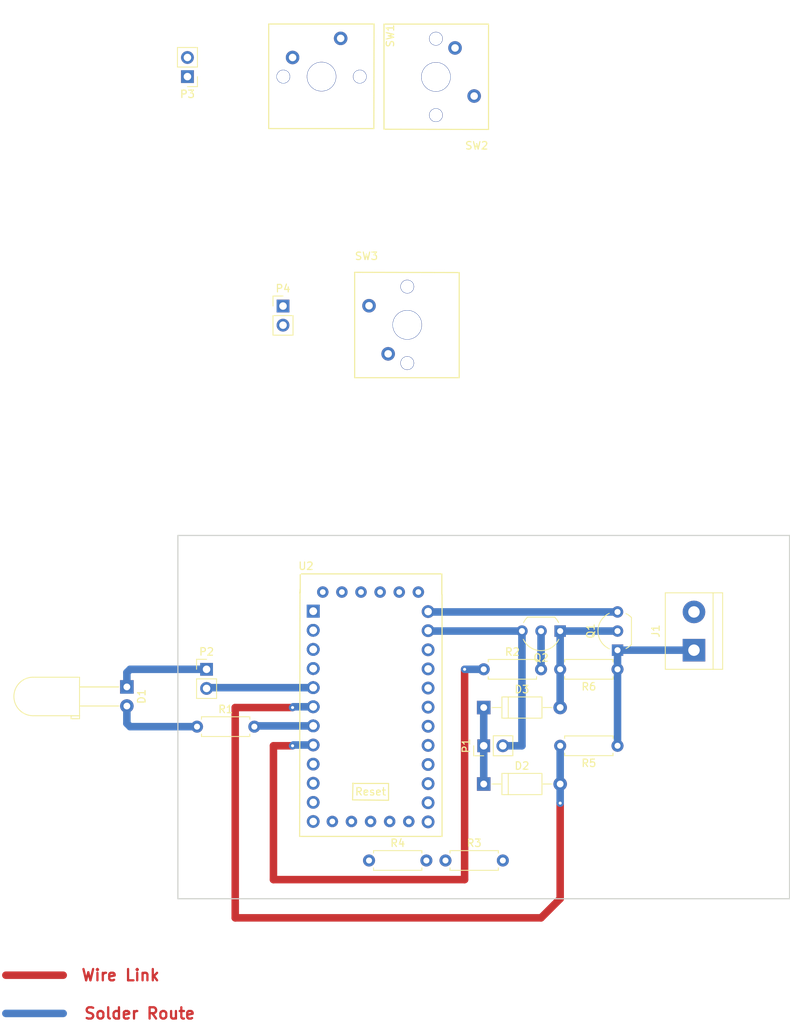
<source format=kicad_pcb>
(kicad_pcb (version 4) (host pcbnew 4.0.5)

  (general
    (links 52)
    (no_connects 12)
    (area 54.324999 31.524999 228.775001 142.175001)
    (thickness 1.6)
    (drawings 8)
    (tracks 47)
    (zones 0)
    (modules 20)
    (nets 24)
  )

  (page A4)
  (layers
    (0 F.Cu signal)
    (31 B.Cu signal)
    (32 B.Adhes user)
    (33 F.Adhes user)
    (34 B.Paste user)
    (35 F.Paste user)
    (36 B.SilkS user)
    (37 F.SilkS user)
    (38 B.Mask user)
    (39 F.Mask user)
    (40 Dwgs.User user)
    (41 Cmts.User user)
    (42 Eco1.User user)
    (43 Eco2.User user)
    (44 Edge.Cuts user)
    (45 Margin user)
    (46 B.CrtYd user)
    (47 F.CrtYd user)
    (48 B.Fab user)
    (49 F.Fab user)
  )

  (setup
    (last_trace_width 1)
    (user_trace_width 1)
    (trace_clearance 0.2)
    (zone_clearance 0.508)
    (zone_45_only no)
    (trace_min 0.2)
    (segment_width 0.2)
    (edge_width 0.15)
    (via_size 0.6)
    (via_drill 0.4)
    (via_min_size 0.4)
    (via_min_drill 0.3)
    (uvia_size 0.3)
    (uvia_drill 0.1)
    (uvias_allowed no)
    (uvia_min_size 0.2)
    (uvia_min_drill 0.1)
    (pcb_text_width 0.3)
    (pcb_text_size 1.5 1.5)
    (mod_edge_width 0.15)
    (mod_text_size 1 1)
    (mod_text_width 0.15)
    (pad_size 1.524 1.524)
    (pad_drill 0.762)
    (pad_to_mask_clearance 0.2)
    (aux_axis_origin 0 0)
    (visible_elements 7FFFFFFF)
    (pcbplotparams
      (layerselection 0x00030_80000001)
      (usegerberextensions false)
      (excludeedgelayer true)
      (linewidth 0.150000)
      (plotframeref false)
      (viasonmask false)
      (mode 1)
      (useauxorigin false)
      (hpglpennumber 1)
      (hpglpenspeed 20)
      (hpglpendiameter 15)
      (hpglpenoverlay 2)
      (psnegative false)
      (psa4output false)
      (plotreference true)
      (plotvalue true)
      (plotinvisibletext false)
      (padsonsilk false)
      (subtractmaskfromsilk false)
      (outputformat 1)
      (mirror false)
      (drillshape 1)
      (scaleselection 1)
      (outputdirectory ""))
  )

  (net 0 "")
  (net 1 "Net-(D1-Pad2)")
  (net 2 "Net-(D2-Pad1)")
  (net 3 Reset)
  (net 4 "Net-(D3-Pad2)")
  (net 5 Batt+)
  (net 6 "Net-(Q2-Pad2)")
  (net 7 "Net-(R1-Pad2)")
  (net 8 VCC)
  (net 9 "Net-(LCD1-Pad3)")
  (net 10 "Net-(LCD1-Pad4)")
  (net 11 "Net-(SW1-Pad1)")
  (net 12 "Net-(U2-Pad4)")
  (net 13 "Net-(U2-Pad3)")
  (net 14 "Net-(U2-Pad2)")
  (net 15 "Net-(U2-Pad1)")
  (net 16 StayOn)
  (net 17 "Net-(P3-Pad2)")
  (net 18 "Net-(P3-Pad1)")
  (net 19 "Net-(P2-Pad2)")
  (net 20 Out-)
  (net 21 Out+)
  (net 22 "Net-(P4-Pad1)")
  (net 23 "Net-(P4-Pad2)")

  (net_class Default "This is the default net class."
    (clearance 0.2)
    (trace_width 0.25)
    (via_dia 0.6)
    (via_drill 0.4)
    (uvia_dia 0.3)
    (uvia_drill 0.1)
    (add_net Batt+)
    (add_net "Net-(D1-Pad2)")
    (add_net "Net-(D2-Pad1)")
    (add_net "Net-(D3-Pad2)")
    (add_net "Net-(LCD1-Pad3)")
    (add_net "Net-(LCD1-Pad4)")
    (add_net "Net-(P2-Pad2)")
    (add_net "Net-(P3-Pad1)")
    (add_net "Net-(P3-Pad2)")
    (add_net "Net-(P4-Pad1)")
    (add_net "Net-(P4-Pad2)")
    (add_net "Net-(Q2-Pad2)")
    (add_net "Net-(R1-Pad2)")
    (add_net "Net-(SW1-Pad1)")
    (add_net "Net-(U2-Pad1)")
    (add_net "Net-(U2-Pad2)")
    (add_net "Net-(U2-Pad3)")
    (add_net "Net-(U2-Pad4)")
    (add_net Out+)
    (add_net Out-)
    (add_net Reset)
    (add_net StayOn)
    (add_net VCC)
  )

  (module "A - My Own KiCad Footprint Libraries:Arduino_Pro_Mini" placed (layer F.Cu) (tedit 58F75788) (tstamp 58F5E5B0)
    (at 93.98 101.6)
    (descr Arduino_Nano_V3)
    (tags "Arduino Nano")
    (path /58F4CC52)
    (fp_text reference U2 (at -8.382 -16.256) (layer F.SilkS)
      (effects (font (size 1 1) (thickness 0.15)))
    )
    (fp_text value ArduinoProMini (at -3.81 20.828) (layer F.Fab) hide
      (effects (font (size 1 1) (thickness 0.15)))
    )
    (fp_line (start -2.1844 12.6238) (end 2.5908 12.6238) (layer F.SilkS) (width 0.15))
    (fp_line (start 2.5908 12.6238) (end 2.5908 14.859) (layer F.SilkS) (width 0.15))
    (fp_line (start 2.5908 14.859) (end -2.1844 14.8082) (layer F.SilkS) (width 0.15))
    (fp_line (start -2.1844 14.8082) (end -2.1336 12.573) (layer F.SilkS) (width 0.15))
    (fp_line (start 9.7028 -12.4714) (end 9.7028 19.6596) (layer F.SilkS) (width 0.15))
    (fp_line (start 9.7028 19.6596) (end -9.2202 19.6596) (layer F.SilkS) (width 0.15))
    (fp_line (start -9.2202 19.6596) (end -9.1694 -13.1572) (layer F.SilkS) (width 0.15))
    (fp_line (start -5.8168 -11.8616) (end -9.0168 -11.8616) (layer F.CrtYd) (width 0.05))
    (fp_line (start -5.8168 -11.8616) (end -9.0168 -11.8616) (layer F.CrtYd) (width 0.05))
    (fp_line (start -5.8168 -11.8616) (end -9.0168 -11.8616) (layer F.CrtYd) (width 0.05))
    (fp_line (start -9.144 -12.7) (end -9.144 -15.113) (layer F.SilkS) (width 0.15))
    (fp_line (start 9.6774 -12.4714) (end 9.6774 -15.2146) (layer F.SilkS) (width 0.15))
    (fp_line (start 9.6774 -15.2146) (end -8.9916 -15.2146) (layer F.SilkS) (width 0.15))
    (fp_line (start -9.2202 -12.6746) (end -9.1694 -12.8524) (layer F.SilkS) (width 0.15))
    (fp_line (start -9.1694 -12.8524) (end -9.1694 -12.8016) (layer F.SilkS) (width 0.15))
    (fp_text user Reset (at 0.2032 13.716) (layer F.SilkS)
      (effects (font (size 1 1) (thickness 0.15)))
    )
    (fp_line (start 9.4486 -11.8108) (end 6.2486 -11.8108) (layer F.CrtYd) (width 0.05))
    (fp_line (start -5.8168 -11.8616) (end -9.0168 -11.8616) (layer F.CrtYd) (width 0.05))
    (pad 7 thru_hole oval (at -7.4168 4.9784) (size 1.7 1.7) (drill 1) (layers *.Mask B.Cu)
      (net 7 "Net-(R1-Pad2)"))
    (pad 6 thru_hole oval (at -7.4168 2.4384) (size 1.7 1.7) (drill 1) (layers *.Mask B.Cu)
      (net 3 Reset))
    (pad 5 thru_hole oval (at -7.4168 -0.1016) (size 1.7 1.7) (drill 1) (layers *.Mask B.Cu)
      (net 19 "Net-(P2-Pad2)"))
    (pad 4 thru_hole oval (at -7.4168 -2.6416) (size 1.7 1.7) (drill 1) (layers *.Mask B.Cu)
      (net 12 "Net-(U2-Pad4)"))
    (pad 3 thru_hole oval (at -7.4168 -5.1816) (size 1.7 1.7) (drill 1) (layers *.Mask B.Cu)
      (net 13 "Net-(U2-Pad3)"))
    (pad 2 thru_hole oval (at -7.4168 -7.7216) (size 1.7 1.7) (drill 1) (layers *.Mask B.Cu)
      (net 14 "Net-(U2-Pad2)"))
    (pad 1 thru_hole rect (at -7.4168 -10.2616) (size 1.7 1.7) (drill 1) (layers *.Mask B.Cu)
      (net 15 "Net-(U2-Pad1)"))
    (pad 1 thru_hole rect (at -7.4168 -10.2616) (size 1.7 1.7) (drill 1) (layers *.Mask B.Cu)
      (net 15 "Net-(U2-Pad1)"))
    (pad 2 thru_hole oval (at -7.4168 -7.7216) (size 1.7 1.7) (drill 1) (layers *.Mask B.Cu)
      (net 14 "Net-(U2-Pad2)"))
    (pad 3 thru_hole oval (at -7.4168 -5.1816) (size 1.7 1.7) (drill 1) (layers *.Mask B.Cu)
      (net 13 "Net-(U2-Pad3)"))
    (pad 4 thru_hole oval (at -7.4168 -2.6416) (size 1.7 1.7) (drill 1) (layers *.Mask B.Cu)
      (net 12 "Net-(U2-Pad4)"))
    (pad 5 thru_hole oval (at -7.4168 -0.1016) (size 1.7 1.7) (drill 1) (layers *.Mask B.Cu)
      (net 19 "Net-(P2-Pad2)"))
    (pad 6 thru_hole oval (at -7.4168 2.4384) (size 1.7 1.7) (drill 1) (layers *.Mask B.Cu)
      (net 3 Reset))
    (pad 7 thru_hole oval (at -7.4168 4.9784) (size 1.7 1.7) (drill 1) (layers *.Mask B.Cu)
      (net 7 "Net-(R1-Pad2)"))
    (pad 7 thru_hole oval (at -7.4168 4.9784) (size 1.7 1.7) (drill 1) (layers *.Mask B.Cu)
      (net 7 "Net-(R1-Pad2)"))
    (pad 6 thru_hole oval (at -7.4168 2.4384) (size 1.7 1.7) (drill 1) (layers *.Mask B.Cu)
      (net 3 Reset))
    (pad 5 thru_hole oval (at -7.4168 -0.1016) (size 1.7 1.7) (drill 1) (layers *.Mask B.Cu)
      (net 19 "Net-(P2-Pad2)"))
    (pad 4 thru_hole oval (at -7.4168 -2.6416) (size 1.7 1.7) (drill 1) (layers *.Mask B.Cu)
      (net 12 "Net-(U2-Pad4)"))
    (pad 3 thru_hole oval (at -7.4168 -5.1816) (size 1.7 1.7) (drill 1) (layers *.Mask B.Cu)
      (net 13 "Net-(U2-Pad3)"))
    (pad 2 thru_hole oval (at -7.4168 -7.7216) (size 1.7 1.7) (drill 1) (layers *.Mask B.Cu)
      (net 14 "Net-(U2-Pad2)"))
    (pad 1 thru_hole rect (at -7.4168 -10.2616) (size 1.7 1.7) (drill 1) (layers *.Mask B.Cu)
      (net 15 "Net-(U2-Pad1)"))
    (pad 18 thru_hole oval (at 7.8486 17.7292) (size 1.7 1.7) (drill 1) (layers *.Mask B.Cu))
    (pad 19 thru_hole oval (at 7.8486 15.1892) (size 1.7 1.7) (drill 1) (layers *.Mask B.Cu))
    (pad 20 thru_hole oval (at 7.8486 12.6492) (size 1.7 1.7) (drill 1) (layers *.Mask B.Cu))
    (pad 21 thru_hole oval (at 7.8486 10.1092) (size 1.7 1.7) (drill 1) (layers *.Mask B.Cu))
    (pad 22 thru_hole oval (at 7.8486 7.5692) (size 1.7 1.7) (drill 1) (layers *.Mask B.Cu))
    (pad 23 thru_hole oval (at 7.8486 5.0292) (size 1.7 1.7) (drill 1) (layers *.Mask B.Cu))
    (pad 24 thru_hole oval (at 7.8486 2.4892) (size 1.7 1.7) (drill 1) (layers *.Mask B.Cu))
    (pad 25 thru_hole oval (at 7.8486 -0.0508) (size 1.7 1.7) (drill 1) (layers *.Mask B.Cu))
    (pad 26 thru_hole oval (at 7.8486 -2.5908) (size 1.7 1.7) (drill 1) (layers *.Mask B.Cu)
      (net 8 VCC))
    (pad 27 thru_hole oval (at 7.8486 -5.1308) (size 1.7 1.7) (drill 1) (layers *.Mask B.Cu))
    (pad 28 thru_hole oval (at 7.8486 -7.6708) (size 1.7 1.7) (drill 1) (layers *.Mask B.Cu)
      (net 20 Out-))
    (pad 29 thru_hole circle (at 7.8486 -10.2108) (size 1.7 1.7) (drill 1) (layers *.Mask B.Cu)
      (net 5 Batt+))
    (pad 1 thru_hole rect (at -7.4168 -10.2616) (size 1.7 1.7) (drill 1) (layers *.Mask B.Cu)
      (net 15 "Net-(U2-Pad1)"))
    (pad 2 thru_hole oval (at -7.4168 -7.7216) (size 1.7 1.7) (drill 1) (layers *.Mask B.Cu)
      (net 14 "Net-(U2-Pad2)"))
    (pad 3 thru_hole oval (at -7.4168 -5.1816) (size 1.7 1.7) (drill 1) (layers *.Mask B.Cu)
      (net 13 "Net-(U2-Pad3)"))
    (pad 4 thru_hole oval (at -7.4168 -2.6416) (size 1.7 1.7) (drill 1) (layers *.Mask B.Cu)
      (net 12 "Net-(U2-Pad4)"))
    (pad 5 thru_hole oval (at -7.4168 -0.1016) (size 1.7 1.7) (drill 1) (layers *.Mask B.Cu)
      (net 19 "Net-(P2-Pad2)"))
    (pad 6 thru_hole oval (at -7.4168 2.4384) (size 1.7 1.7) (drill 1) (layers *.Mask B.Cu)
      (net 3 Reset))
    (pad 7 thru_hole oval (at -7.4168 4.9784) (size 1.7 1.7) (drill 1) (layers *.Mask B.Cu)
      (net 7 "Net-(R1-Pad2)"))
    (pad 8 thru_hole oval (at -7.4168 7.5184) (size 1.7 1.7) (drill 1) (layers *.Mask B.Cu)
      (net 16 StayOn))
    (pad 9 thru_hole oval (at -7.4168 10.0584) (size 1.7 1.7) (drill 1) (layers *.Mask B.Cu))
    (pad 10 thru_hole oval (at -7.4168 12.5984) (size 1.7 1.7) (drill 1) (layers *.Mask B.Cu))
    (pad 11 thru_hole oval (at -7.4168 15.1384) (size 1.7 1.7) (drill 1) (layers *.Mask B.Cu))
    (pad 12 thru_hole oval (at -7.4168 17.6784) (size 1.7 1.7) (drill 1) (layers *.Mask B.Cu))
    (pad 30 thru_hole circle (at 6.5532 -12.8016) (size 1.524 1.524) (drill 0.762) (layers *.Mask F.Cu))
    (pad 31 thru_hole circle (at 4.0132 -12.8016) (size 1.524 1.524) (drill 0.762) (layers *.Mask F.Cu))
    (pad 32 thru_hole circle (at 1.4732 -12.8016) (size 1.524 1.524) (drill 0.762) (layers *.Mask F.Cu))
    (pad 33 thru_hole circle (at -1.0668 -12.8016) (size 1.524 1.524) (drill 0.762) (layers *.Mask F.Cu))
    (pad 34 thru_hole circle (at -3.6068 -12.8016) (size 1.524 1.524) (drill 0.762) (layers *.Mask F.Cu))
    (pad 35 thru_hole circle (at -6.1468 -12.8016) (size 1.524 1.524) (drill 0.762) (layers *.Mask F.Cu))
    (pad 13 thru_hole circle (at -4.8768 17.6784) (size 1.524 1.524) (drill 0.762) (layers *.Mask F.Cu)
      (net 20 Out-))
    (pad 14 thru_hole circle (at -2.3368 17.6784) (size 1.524 1.524) (drill 0.762) (layers *.Mask F.Cu)
      (net 10 "Net-(LCD1-Pad4)"))
    (pad 15 thru_hole circle (at 0.2032 17.6784) (size 1.524 1.524) (drill 0.762) (layers *.Mask F.Cu)
      (net 9 "Net-(LCD1-Pad3)"))
    (pad 16 thru_hole circle (at 2.7432 17.6784) (size 1.524 1.524) (drill 0.762) (layers *.Mask F.Cu))
    (pad 17] thru_hole circle (at 5.2832 17.6784) (size 1.524 1.524) (drill 0.762) (layers *.Mask F.Cu))
    (model Pin_Headers.3dshapes/Pin_Header_Straight_1x15_Pitch2.54mm.wrl
      (at (xyz 0 -0.7 0))
      (scale (xyz 1 1 1))
      (rotate (xyz 0 0 90))
    )
  )

  (module LEDs:LED_D5.0mm_Horizontal_O6.35mm_Z9.0mm (layer F.Cu) (tedit 5880A863) (tstamp 58F5E515)
    (at 61.8 101.4 270)
    (descr "LED, diameter 5.0mm z-position of LED center 3.0mm, 2 pins, diameter 5.0mm z-position of LED center 3.0mm, 2 pins, diameter 5.0mm z-position of LED center 3.0mm, 2 pins, diameter 5.0mm z-position of LED center 9.0mm, 2 pins, diameter 5.0mm z-position of LED center 9.0mm, 2 pins, diameter 5.0mm z-position of LED center 9.0mm, 2 pins")
    (tags "LED diameter 5.0mm z-position of LED center 3.0mm 2 pins diameter 5.0mm z-position of LED center 3.0mm 2 pins diameter 5.0mm z-position of LED center 3.0mm 2 pins diameter 5.0mm z-position of LED center 9.0mm 2 pins diameter 5.0mm z-position of LED center 9.0mm 2 pins diameter 5.0mm z-position of LED center 9.0mm 2 pins")
    (path /58F4A404)
    (fp_text reference D1 (at 1.27 -1.96 270) (layer F.SilkS)
      (effects (font (size 1 1) (thickness 0.15)))
    )
    (fp_text value LED (at 1.27 16.01 270) (layer F.Fab)
      (effects (font (size 1 1) (thickness 0.15)))
    )
    (fp_arc (start 1.27 12.45) (end -1.23 12.45) (angle -180) (layer F.Fab) (width 0.1))
    (fp_arc (start 1.27 12.45) (end -1.29 12.45) (angle -180) (layer F.SilkS) (width 0.12))
    (fp_line (start -1.23 6.35) (end -1.23 12.45) (layer F.Fab) (width 0.1))
    (fp_line (start 3.77 6.35) (end 3.77 12.45) (layer F.Fab) (width 0.1))
    (fp_line (start -1.23 6.35) (end 3.77 6.35) (layer F.Fab) (width 0.1))
    (fp_line (start 4.17 6.35) (end 4.17 7.35) (layer F.Fab) (width 0.1))
    (fp_line (start 4.17 7.35) (end 3.77 7.35) (layer F.Fab) (width 0.1))
    (fp_line (start 3.77 7.35) (end 3.77 6.35) (layer F.Fab) (width 0.1))
    (fp_line (start 3.77 6.35) (end 4.17 6.35) (layer F.Fab) (width 0.1))
    (fp_line (start 0 0) (end 0 6.35) (layer F.Fab) (width 0.1))
    (fp_line (start 0 6.35) (end 0 6.35) (layer F.Fab) (width 0.1))
    (fp_line (start 0 6.35) (end 0 0) (layer F.Fab) (width 0.1))
    (fp_line (start 0 0) (end 0 0) (layer F.Fab) (width 0.1))
    (fp_line (start 2.54 0) (end 2.54 6.35) (layer F.Fab) (width 0.1))
    (fp_line (start 2.54 6.35) (end 2.54 6.35) (layer F.Fab) (width 0.1))
    (fp_line (start 2.54 6.35) (end 2.54 0) (layer F.Fab) (width 0.1))
    (fp_line (start 2.54 0) (end 2.54 0) (layer F.Fab) (width 0.1))
    (fp_line (start -1.29 6.29) (end -1.29 12.45) (layer F.SilkS) (width 0.12))
    (fp_line (start 3.83 6.29) (end 3.83 12.45) (layer F.SilkS) (width 0.12))
    (fp_line (start -1.29 6.29) (end 3.83 6.29) (layer F.SilkS) (width 0.12))
    (fp_line (start 4.23 6.29) (end 4.23 7.41) (layer F.SilkS) (width 0.12))
    (fp_line (start 4.23 7.41) (end 3.83 7.41) (layer F.SilkS) (width 0.12))
    (fp_line (start 3.83 7.41) (end 3.83 6.29) (layer F.SilkS) (width 0.12))
    (fp_line (start 3.83 6.29) (end 4.23 6.29) (layer F.SilkS) (width 0.12))
    (fp_line (start 0 1.08) (end 0 6.29) (layer F.SilkS) (width 0.12))
    (fp_line (start 0 6.29) (end 0 6.29) (layer F.SilkS) (width 0.12))
    (fp_line (start 0 6.29) (end 0 1.08) (layer F.SilkS) (width 0.12))
    (fp_line (start 0 1.08) (end 0 1.08) (layer F.SilkS) (width 0.12))
    (fp_line (start 2.54 1.08) (end 2.54 6.29) (layer F.SilkS) (width 0.12))
    (fp_line (start 2.54 6.29) (end 2.54 6.29) (layer F.SilkS) (width 0.12))
    (fp_line (start 2.54 6.29) (end 2.54 1.08) (layer F.SilkS) (width 0.12))
    (fp_line (start 2.54 1.08) (end 2.54 1.08) (layer F.SilkS) (width 0.12))
    (fp_line (start -1.95 -1.25) (end -1.95 15.3) (layer F.CrtYd) (width 0.05))
    (fp_line (start -1.95 15.3) (end 4.5 15.3) (layer F.CrtYd) (width 0.05))
    (fp_line (start 4.5 15.3) (end 4.5 -1.25) (layer F.CrtYd) (width 0.05))
    (fp_line (start 4.5 -1.25) (end -1.95 -1.25) (layer F.CrtYd) (width 0.05))
    (pad 1 thru_hole rect (at 0 0 270) (size 1.8 1.8) (drill 0.9) (layers *.Cu *.Mask)
      (net 20 Out-))
    (pad 2 thru_hole circle (at 2.54 0 270) (size 1.8 1.8) (drill 0.9) (layers *.Cu *.Mask)
      (net 1 "Net-(D1-Pad2)"))
    (model LEDs.3dshapes/LED_D5.0mm_Horizontal_O6.35mm_Z9.0mm.wrl
      (at (xyz 0 0 0))
      (scale (xyz 0.393701 0.393701 0.393701))
      (rotate (xyz 0 0 0))
    )
  )

  (module Diodes_THT:D_A-405_P10.16mm_Horizontal (layer F.Cu) (tedit 5877C982) (tstamp 58F5E51B)
    (at 109.22 114.3)
    (descr "D, A-405 series, Axial, Horizontal, pin pitch=10.16mm, , length*diameter=5.2*2.7mm^2, , http://www.diodes.com/_files/packages/A-405.pdf")
    (tags "D A-405 series Axial Horizontal pin pitch 10.16mm  length 5.2mm diameter 2.7mm")
    (path /58F5522F)
    (fp_text reference D2 (at 5.08 -2.41) (layer F.SilkS)
      (effects (font (size 1 1) (thickness 0.15)))
    )
    (fp_text value 1N4001 (at 5.08 2.41) (layer F.Fab)
      (effects (font (size 1 1) (thickness 0.15)))
    )
    (fp_line (start 2.48 -1.35) (end 2.48 1.35) (layer F.Fab) (width 0.1))
    (fp_line (start 2.48 1.35) (end 7.68 1.35) (layer F.Fab) (width 0.1))
    (fp_line (start 7.68 1.35) (end 7.68 -1.35) (layer F.Fab) (width 0.1))
    (fp_line (start 7.68 -1.35) (end 2.48 -1.35) (layer F.Fab) (width 0.1))
    (fp_line (start 0 0) (end 2.48 0) (layer F.Fab) (width 0.1))
    (fp_line (start 10.16 0) (end 7.68 0) (layer F.Fab) (width 0.1))
    (fp_line (start 3.26 -1.35) (end 3.26 1.35) (layer F.Fab) (width 0.1))
    (fp_line (start 2.42 -1.41) (end 2.42 1.41) (layer F.SilkS) (width 0.12))
    (fp_line (start 2.42 1.41) (end 7.74 1.41) (layer F.SilkS) (width 0.12))
    (fp_line (start 7.74 1.41) (end 7.74 -1.41) (layer F.SilkS) (width 0.12))
    (fp_line (start 7.74 -1.41) (end 2.42 -1.41) (layer F.SilkS) (width 0.12))
    (fp_line (start 1.08 0) (end 2.42 0) (layer F.SilkS) (width 0.12))
    (fp_line (start 9.08 0) (end 7.74 0) (layer F.SilkS) (width 0.12))
    (fp_line (start 3.26 -1.41) (end 3.26 1.41) (layer F.SilkS) (width 0.12))
    (fp_line (start -1.15 -1.7) (end -1.15 1.7) (layer F.CrtYd) (width 0.05))
    (fp_line (start -1.15 1.7) (end 11.35 1.7) (layer F.CrtYd) (width 0.05))
    (fp_line (start 11.35 1.7) (end 11.35 -1.7) (layer F.CrtYd) (width 0.05))
    (fp_line (start 11.35 -1.7) (end -1.15 -1.7) (layer F.CrtYd) (width 0.05))
    (pad 1 thru_hole rect (at 0 0) (size 1.8 1.8) (drill 0.9) (layers *.Cu *.Mask)
      (net 2 "Net-(D2-Pad1)"))
    (pad 2 thru_hole oval (at 10.16 0) (size 1.8 1.8) (drill 0.9) (layers *.Cu *.Mask)
      (net 3 Reset))
    (model Diodes_THT.3dshapes/D_A-405_P10.16mm_Horizontal.wrl
      (at (xyz 0 0 0))
      (scale (xyz 0.393701 0.393701 0.393701))
      (rotate (xyz 0 0 0))
    )
  )

  (module Diodes_THT:D_A-405_P10.16mm_Horizontal (layer F.Cu) (tedit 5877C982) (tstamp 58F5E521)
    (at 109.22 104.14)
    (descr "D, A-405 series, Axial, Horizontal, pin pitch=10.16mm, , length*diameter=5.2*2.7mm^2, , http://www.diodes.com/_files/packages/A-405.pdf")
    (tags "D A-405 series Axial Horizontal pin pitch 10.16mm  length 5.2mm diameter 2.7mm")
    (path /58F55228)
    (fp_text reference D3 (at 5.08 -2.41) (layer F.SilkS)
      (effects (font (size 1 1) (thickness 0.15)))
    )
    (fp_text value 1N4001 (at 5.08 2.41) (layer F.Fab)
      (effects (font (size 1 1) (thickness 0.15)))
    )
    (fp_line (start 2.48 -1.35) (end 2.48 1.35) (layer F.Fab) (width 0.1))
    (fp_line (start 2.48 1.35) (end 7.68 1.35) (layer F.Fab) (width 0.1))
    (fp_line (start 7.68 1.35) (end 7.68 -1.35) (layer F.Fab) (width 0.1))
    (fp_line (start 7.68 -1.35) (end 2.48 -1.35) (layer F.Fab) (width 0.1))
    (fp_line (start 0 0) (end 2.48 0) (layer F.Fab) (width 0.1))
    (fp_line (start 10.16 0) (end 7.68 0) (layer F.Fab) (width 0.1))
    (fp_line (start 3.26 -1.35) (end 3.26 1.35) (layer F.Fab) (width 0.1))
    (fp_line (start 2.42 -1.41) (end 2.42 1.41) (layer F.SilkS) (width 0.12))
    (fp_line (start 2.42 1.41) (end 7.74 1.41) (layer F.SilkS) (width 0.12))
    (fp_line (start 7.74 1.41) (end 7.74 -1.41) (layer F.SilkS) (width 0.12))
    (fp_line (start 7.74 -1.41) (end 2.42 -1.41) (layer F.SilkS) (width 0.12))
    (fp_line (start 1.08 0) (end 2.42 0) (layer F.SilkS) (width 0.12))
    (fp_line (start 9.08 0) (end 7.74 0) (layer F.SilkS) (width 0.12))
    (fp_line (start 3.26 -1.41) (end 3.26 1.41) (layer F.SilkS) (width 0.12))
    (fp_line (start -1.15 -1.7) (end -1.15 1.7) (layer F.CrtYd) (width 0.05))
    (fp_line (start -1.15 1.7) (end 11.35 1.7) (layer F.CrtYd) (width 0.05))
    (fp_line (start 11.35 1.7) (end 11.35 -1.7) (layer F.CrtYd) (width 0.05))
    (fp_line (start 11.35 -1.7) (end -1.15 -1.7) (layer F.CrtYd) (width 0.05))
    (pad 1 thru_hole rect (at 0 0) (size 1.8 1.8) (drill 0.9) (layers *.Cu *.Mask)
      (net 2 "Net-(D2-Pad1)"))
    (pad 2 thru_hole oval (at 10.16 0) (size 1.8 1.8) (drill 0.9) (layers *.Cu *.Mask)
      (net 4 "Net-(D3-Pad2)"))
    (model Diodes_THT.3dshapes/D_A-405_P10.16mm_Horizontal.wrl
      (at (xyz 0 0 0))
      (scale (xyz 0.393701 0.393701 0.393701))
      (rotate (xyz 0 0 0))
    )
  )

  (module Pin_Headers:Pin_Header_Straight_1x02_Pitch2.54mm (layer F.Cu) (tedit 58F75671) (tstamp 58F5E527)
    (at 109.22 109.22 90)
    (descr "Through hole straight pin header, 1x02, 2.54mm pitch, single row")
    (tags "Through hole pin header THT 1x02 2.54mm single row")
    (path /58F5E137)
    (fp_text reference P1 (at 0 -2.33 90) (layer F.SilkS)
      (effects (font (size 1 1) (thickness 0.15)))
    )
    (fp_text value CONN_01X02 (at 0 4.87 90) (layer F.Fab) hide
      (effects (font (size 1 1) (thickness 0.15)))
    )
    (fp_line (start -1.27 -1.27) (end -1.27 3.81) (layer F.Fab) (width 0.1))
    (fp_line (start -1.27 3.81) (end 1.27 3.81) (layer F.Fab) (width 0.1))
    (fp_line (start 1.27 3.81) (end 1.27 -1.27) (layer F.Fab) (width 0.1))
    (fp_line (start 1.27 -1.27) (end -1.27 -1.27) (layer F.Fab) (width 0.1))
    (fp_line (start -1.33 1.27) (end -1.33 3.87) (layer F.SilkS) (width 0.12))
    (fp_line (start -1.33 3.87) (end 1.33 3.87) (layer F.SilkS) (width 0.12))
    (fp_line (start 1.33 3.87) (end 1.33 1.27) (layer F.SilkS) (width 0.12))
    (fp_line (start 1.33 1.27) (end -1.33 1.27) (layer F.SilkS) (width 0.12))
    (fp_line (start -1.33 0) (end -1.33 -1.33) (layer F.SilkS) (width 0.12))
    (fp_line (start -1.33 -1.33) (end 0 -1.33) (layer F.SilkS) (width 0.12))
    (fp_line (start -1.8 -1.8) (end -1.8 4.35) (layer F.CrtYd) (width 0.05))
    (fp_line (start -1.8 4.35) (end 1.8 4.35) (layer F.CrtYd) (width 0.05))
    (fp_line (start 1.8 4.35) (end 1.8 -1.8) (layer F.CrtYd) (width 0.05))
    (fp_line (start 1.8 -1.8) (end -1.8 -1.8) (layer F.CrtYd) (width 0.05))
    (fp_text user %R (at 0 -2.33 90) (layer F.Fab)
      (effects (font (size 1 1) (thickness 0.15)))
    )
    (pad 1 thru_hole rect (at 0 0 90) (size 1.7 1.7) (drill 1) (layers *.Cu *.Mask)
      (net 2 "Net-(D2-Pad1)"))
    (pad 2 thru_hole oval (at 0 2.54 90) (size 1.7 1.7) (drill 1) (layers *.Cu *.Mask)
      (net 20 Out-))
    (model ${KISYS3DMOD}/Pin_Headers.3dshapes/Pin_Header_Straight_1x02_Pitch2.54mm.wrl
      (at (xyz 0 -0.05 0))
      (scale (xyz 1 1 1))
      (rotate (xyz 0 0 90))
    )
  )

  (module TO_SOT_Packages_THT:TO-92_Inline_Wide (layer F.Cu) (tedit 58CE52AF) (tstamp 58F5E535)
    (at 119.38 93.98 180)
    (descr "TO-92 leads in-line, wide, drill 0.8mm (see NXP sot054_po.pdf)")
    (tags "to-92 sc-43 sc-43a sot54 PA33 transistor")
    (path /58F55221)
    (fp_text reference Q2 (at 2.54 -3.56 360) (layer F.SilkS)
      (effects (font (size 1 1) (thickness 0.15)))
    )
    (fp_text value BC547 (at 2.54 2.79 180) (layer F.Fab)
      (effects (font (size 1 1) (thickness 0.15)))
    )
    (fp_text user %R (at 2.54 -3.56 360) (layer F.Fab)
      (effects (font (size 1 1) (thickness 0.15)))
    )
    (fp_line (start 0.74 1.85) (end 4.34 1.85) (layer F.SilkS) (width 0.12))
    (fp_line (start 0.8 1.75) (end 4.3 1.75) (layer F.Fab) (width 0.1))
    (fp_line (start -1.01 -2.73) (end 6.09 -2.73) (layer F.CrtYd) (width 0.05))
    (fp_line (start -1.01 -2.73) (end -1.01 2.01) (layer F.CrtYd) (width 0.05))
    (fp_line (start 6.09 2.01) (end 6.09 -2.73) (layer F.CrtYd) (width 0.05))
    (fp_line (start 6.09 2.01) (end -1.01 2.01) (layer F.CrtYd) (width 0.05))
    (fp_arc (start 2.54 0) (end 0.74 1.85) (angle 20) (layer F.SilkS) (width 0.12))
    (fp_arc (start 2.54 0) (end 2.54 -2.6) (angle -65) (layer F.SilkS) (width 0.12))
    (fp_arc (start 2.54 0) (end 2.54 -2.6) (angle 65) (layer F.SilkS) (width 0.12))
    (fp_arc (start 2.54 0) (end 2.54 -2.48) (angle 135) (layer F.Fab) (width 0.1))
    (fp_arc (start 2.54 0) (end 2.54 -2.48) (angle -135) (layer F.Fab) (width 0.1))
    (fp_arc (start 2.54 0) (end 4.34 1.85) (angle -20) (layer F.SilkS) (width 0.12))
    (pad 2 thru_hole circle (at 2.54 0 270) (size 1.52 1.52) (drill 0.8) (layers *.Cu *.Mask)
      (net 6 "Net-(Q2-Pad2)"))
    (pad 3 thru_hole circle (at 5.08 0 270) (size 1.52 1.52) (drill 0.8) (layers *.Cu *.Mask)
      (net 20 Out-))
    (pad 1 thru_hole rect (at 0 0 270) (size 1.52 1.52) (drill 0.8) (layers *.Cu *.Mask)
      (net 4 "Net-(D3-Pad2)"))
    (model ${KISYS3DMOD}/TO_SOT_Packages_THT.3dshapes/TO-92_Inline_Wide.wrl
      (at (xyz 0.1 0 0))
      (scale (xyz 1 1 1))
      (rotate (xyz 0 0 -90))
    )
  )

  (module Resistors_THT:R_Axial_DIN0207_L6.3mm_D2.5mm_P7.62mm_Horizontal (layer F.Cu) (tedit 5874F706) (tstamp 58F5E53B)
    (at 71.12 106.68)
    (descr "Resistor, Axial_DIN0207 series, Axial, Horizontal, pin pitch=7.62mm, 0.25W = 1/4W, length*diameter=6.3*2.5mm^2, http://cdn-reichelt.de/documents/datenblatt/B400/1_4W%23YAG.pdf")
    (tags "Resistor Axial_DIN0207 series Axial Horizontal pin pitch 7.62mm 0.25W = 1/4W length 6.3mm diameter 2.5mm")
    (path /58F4A4B5)
    (fp_text reference R1 (at 3.81 -2.31) (layer F.SilkS)
      (effects (font (size 1 1) (thickness 0.15)))
    )
    (fp_text value R (at 3.81 2.31) (layer F.Fab)
      (effects (font (size 1 1) (thickness 0.15)))
    )
    (fp_line (start 0.66 -1.25) (end 0.66 1.25) (layer F.Fab) (width 0.1))
    (fp_line (start 0.66 1.25) (end 6.96 1.25) (layer F.Fab) (width 0.1))
    (fp_line (start 6.96 1.25) (end 6.96 -1.25) (layer F.Fab) (width 0.1))
    (fp_line (start 6.96 -1.25) (end 0.66 -1.25) (layer F.Fab) (width 0.1))
    (fp_line (start 0 0) (end 0.66 0) (layer F.Fab) (width 0.1))
    (fp_line (start 7.62 0) (end 6.96 0) (layer F.Fab) (width 0.1))
    (fp_line (start 0.6 -0.98) (end 0.6 -1.31) (layer F.SilkS) (width 0.12))
    (fp_line (start 0.6 -1.31) (end 7.02 -1.31) (layer F.SilkS) (width 0.12))
    (fp_line (start 7.02 -1.31) (end 7.02 -0.98) (layer F.SilkS) (width 0.12))
    (fp_line (start 0.6 0.98) (end 0.6 1.31) (layer F.SilkS) (width 0.12))
    (fp_line (start 0.6 1.31) (end 7.02 1.31) (layer F.SilkS) (width 0.12))
    (fp_line (start 7.02 1.31) (end 7.02 0.98) (layer F.SilkS) (width 0.12))
    (fp_line (start -1.05 -1.6) (end -1.05 1.6) (layer F.CrtYd) (width 0.05))
    (fp_line (start -1.05 1.6) (end 8.7 1.6) (layer F.CrtYd) (width 0.05))
    (fp_line (start 8.7 1.6) (end 8.7 -1.6) (layer F.CrtYd) (width 0.05))
    (fp_line (start 8.7 -1.6) (end -1.05 -1.6) (layer F.CrtYd) (width 0.05))
    (pad 1 thru_hole circle (at 0 0) (size 1.6 1.6) (drill 0.8) (layers *.Cu *.Mask)
      (net 1 "Net-(D1-Pad2)"))
    (pad 2 thru_hole oval (at 7.62 0) (size 1.6 1.6) (drill 0.8) (layers *.Cu *.Mask)
      (net 7 "Net-(R1-Pad2)"))
    (model Resistors_THT.3dshapes/R_Axial_DIN0207_L6.3mm_D2.5mm_P7.62mm_Horizontal.wrl
      (at (xyz 0 0 0))
      (scale (xyz 0.393701 0.393701 0.393701))
      (rotate (xyz 0 0 0))
    )
  )

  (module Resistors_THT:R_Axial_DIN0207_L6.3mm_D2.5mm_P7.62mm_Horizontal (layer F.Cu) (tedit 5874F706) (tstamp 58F5E541)
    (at 109.22 99.06)
    (descr "Resistor, Axial_DIN0207 series, Axial, Horizontal, pin pitch=7.62mm, 0.25W = 1/4W, length*diameter=6.3*2.5mm^2, http://cdn-reichelt.de/documents/datenblatt/B400/1_4W%23YAG.pdf")
    (tags "Resistor Axial_DIN0207 series Axial Horizontal pin pitch 7.62mm 0.25W = 1/4W length 6.3mm diameter 2.5mm")
    (path /58F55244)
    (fp_text reference R2 (at 3.81 -2.31) (layer F.SilkS)
      (effects (font (size 1 1) (thickness 0.15)))
    )
    (fp_text value 10K (at 3.81 2.31) (layer F.Fab)
      (effects (font (size 1 1) (thickness 0.15)))
    )
    (fp_line (start 0.66 -1.25) (end 0.66 1.25) (layer F.Fab) (width 0.1))
    (fp_line (start 0.66 1.25) (end 6.96 1.25) (layer F.Fab) (width 0.1))
    (fp_line (start 6.96 1.25) (end 6.96 -1.25) (layer F.Fab) (width 0.1))
    (fp_line (start 6.96 -1.25) (end 0.66 -1.25) (layer F.Fab) (width 0.1))
    (fp_line (start 0 0) (end 0.66 0) (layer F.Fab) (width 0.1))
    (fp_line (start 7.62 0) (end 6.96 0) (layer F.Fab) (width 0.1))
    (fp_line (start 0.6 -0.98) (end 0.6 -1.31) (layer F.SilkS) (width 0.12))
    (fp_line (start 0.6 -1.31) (end 7.02 -1.31) (layer F.SilkS) (width 0.12))
    (fp_line (start 7.02 -1.31) (end 7.02 -0.98) (layer F.SilkS) (width 0.12))
    (fp_line (start 0.6 0.98) (end 0.6 1.31) (layer F.SilkS) (width 0.12))
    (fp_line (start 0.6 1.31) (end 7.02 1.31) (layer F.SilkS) (width 0.12))
    (fp_line (start 7.02 1.31) (end 7.02 0.98) (layer F.SilkS) (width 0.12))
    (fp_line (start -1.05 -1.6) (end -1.05 1.6) (layer F.CrtYd) (width 0.05))
    (fp_line (start -1.05 1.6) (end 8.7 1.6) (layer F.CrtYd) (width 0.05))
    (fp_line (start 8.7 1.6) (end 8.7 -1.6) (layer F.CrtYd) (width 0.05))
    (fp_line (start 8.7 -1.6) (end -1.05 -1.6) (layer F.CrtYd) (width 0.05))
    (pad 1 thru_hole circle (at 0 0) (size 1.6 1.6) (drill 0.8) (layers *.Cu *.Mask)
      (net 16 StayOn))
    (pad 2 thru_hole oval (at 7.62 0) (size 1.6 1.6) (drill 0.8) (layers *.Cu *.Mask)
      (net 6 "Net-(Q2-Pad2)"))
    (model Resistors_THT.3dshapes/R_Axial_DIN0207_L6.3mm_D2.5mm_P7.62mm_Horizontal.wrl
      (at (xyz 0 0 0))
      (scale (xyz 0.393701 0.393701 0.393701))
      (rotate (xyz 0 0 0))
    )
  )

  (module Resistors_THT:R_Axial_DIN0207_L6.3mm_D2.5mm_P7.62mm_Horizontal (layer F.Cu) (tedit 5874F706) (tstamp 58F5E547)
    (at 104.14 124.46)
    (descr "Resistor, Axial_DIN0207 series, Axial, Horizontal, pin pitch=7.62mm, 0.25W = 1/4W, length*diameter=6.3*2.5mm^2, http://cdn-reichelt.de/documents/datenblatt/B400/1_4W%23YAG.pdf")
    (tags "Resistor Axial_DIN0207 series Axial Horizontal pin pitch 7.62mm 0.25W = 1/4W length 6.3mm diameter 2.5mm")
    (path /58F4BDDE)
    (fp_text reference R3 (at 3.81 -2.31) (layer F.SilkS)
      (effects (font (size 1 1) (thickness 0.15)))
    )
    (fp_text value 10K (at 3.81 2.31) (layer F.Fab)
      (effects (font (size 1 1) (thickness 0.15)))
    )
    (fp_line (start 0.66 -1.25) (end 0.66 1.25) (layer F.Fab) (width 0.1))
    (fp_line (start 0.66 1.25) (end 6.96 1.25) (layer F.Fab) (width 0.1))
    (fp_line (start 6.96 1.25) (end 6.96 -1.25) (layer F.Fab) (width 0.1))
    (fp_line (start 6.96 -1.25) (end 0.66 -1.25) (layer F.Fab) (width 0.1))
    (fp_line (start 0 0) (end 0.66 0) (layer F.Fab) (width 0.1))
    (fp_line (start 7.62 0) (end 6.96 0) (layer F.Fab) (width 0.1))
    (fp_line (start 0.6 -0.98) (end 0.6 -1.31) (layer F.SilkS) (width 0.12))
    (fp_line (start 0.6 -1.31) (end 7.02 -1.31) (layer F.SilkS) (width 0.12))
    (fp_line (start 7.02 -1.31) (end 7.02 -0.98) (layer F.SilkS) (width 0.12))
    (fp_line (start 0.6 0.98) (end 0.6 1.31) (layer F.SilkS) (width 0.12))
    (fp_line (start 0.6 1.31) (end 7.02 1.31) (layer F.SilkS) (width 0.12))
    (fp_line (start 7.02 1.31) (end 7.02 0.98) (layer F.SilkS) (width 0.12))
    (fp_line (start -1.05 -1.6) (end -1.05 1.6) (layer F.CrtYd) (width 0.05))
    (fp_line (start -1.05 1.6) (end 8.7 1.6) (layer F.CrtYd) (width 0.05))
    (fp_line (start 8.7 1.6) (end 8.7 -1.6) (layer F.CrtYd) (width 0.05))
    (fp_line (start 8.7 -1.6) (end -1.05 -1.6) (layer F.CrtYd) (width 0.05))
    (pad 1 thru_hole circle (at 0 0) (size 1.6 1.6) (drill 0.8) (layers *.Cu *.Mask)
      (net 8 VCC))
    (pad 2 thru_hole oval (at 7.62 0) (size 1.6 1.6) (drill 0.8) (layers *.Cu *.Mask)
      (net 9 "Net-(LCD1-Pad3)"))
    (model Resistors_THT.3dshapes/R_Axial_DIN0207_L6.3mm_D2.5mm_P7.62mm_Horizontal.wrl
      (at (xyz 0 0 0))
      (scale (xyz 0.393701 0.393701 0.393701))
      (rotate (xyz 0 0 0))
    )
  )

  (module Resistors_THT:R_Axial_DIN0207_L6.3mm_D2.5mm_P7.62mm_Horizontal (layer F.Cu) (tedit 5874F706) (tstamp 58F5E54D)
    (at 93.98 124.46)
    (descr "Resistor, Axial_DIN0207 series, Axial, Horizontal, pin pitch=7.62mm, 0.25W = 1/4W, length*diameter=6.3*2.5mm^2, http://cdn-reichelt.de/documents/datenblatt/B400/1_4W%23YAG.pdf")
    (tags "Resistor Axial_DIN0207 series Axial Horizontal pin pitch 7.62mm 0.25W = 1/4W length 6.3mm diameter 2.5mm")
    (path /58F4BE9B)
    (fp_text reference R4 (at 3.81 -2.31) (layer F.SilkS)
      (effects (font (size 1 1) (thickness 0.15)))
    )
    (fp_text value 10K (at 3.81 2.31) (layer F.Fab)
      (effects (font (size 1 1) (thickness 0.15)))
    )
    (fp_line (start 0.66 -1.25) (end 0.66 1.25) (layer F.Fab) (width 0.1))
    (fp_line (start 0.66 1.25) (end 6.96 1.25) (layer F.Fab) (width 0.1))
    (fp_line (start 6.96 1.25) (end 6.96 -1.25) (layer F.Fab) (width 0.1))
    (fp_line (start 6.96 -1.25) (end 0.66 -1.25) (layer F.Fab) (width 0.1))
    (fp_line (start 0 0) (end 0.66 0) (layer F.Fab) (width 0.1))
    (fp_line (start 7.62 0) (end 6.96 0) (layer F.Fab) (width 0.1))
    (fp_line (start 0.6 -0.98) (end 0.6 -1.31) (layer F.SilkS) (width 0.12))
    (fp_line (start 0.6 -1.31) (end 7.02 -1.31) (layer F.SilkS) (width 0.12))
    (fp_line (start 7.02 -1.31) (end 7.02 -0.98) (layer F.SilkS) (width 0.12))
    (fp_line (start 0.6 0.98) (end 0.6 1.31) (layer F.SilkS) (width 0.12))
    (fp_line (start 0.6 1.31) (end 7.02 1.31) (layer F.SilkS) (width 0.12))
    (fp_line (start 7.02 1.31) (end 7.02 0.98) (layer F.SilkS) (width 0.12))
    (fp_line (start -1.05 -1.6) (end -1.05 1.6) (layer F.CrtYd) (width 0.05))
    (fp_line (start -1.05 1.6) (end 8.7 1.6) (layer F.CrtYd) (width 0.05))
    (fp_line (start 8.7 1.6) (end 8.7 -1.6) (layer F.CrtYd) (width 0.05))
    (fp_line (start 8.7 -1.6) (end -1.05 -1.6) (layer F.CrtYd) (width 0.05))
    (pad 1 thru_hole circle (at 0 0) (size 1.6 1.6) (drill 0.8) (layers *.Cu *.Mask)
      (net 8 VCC))
    (pad 2 thru_hole oval (at 7.62 0) (size 1.6 1.6) (drill 0.8) (layers *.Cu *.Mask)
      (net 10 "Net-(LCD1-Pad4)"))
    (model Resistors_THT.3dshapes/R_Axial_DIN0207_L6.3mm_D2.5mm_P7.62mm_Horizontal.wrl
      (at (xyz 0 0 0))
      (scale (xyz 0.393701 0.393701 0.393701))
      (rotate (xyz 0 0 0))
    )
  )

  (module Resistors_THT:R_Axial_DIN0207_L6.3mm_D2.5mm_P7.62mm_Horizontal (layer F.Cu) (tedit 5874F706) (tstamp 58F5E553)
    (at 127 109.22 180)
    (descr "Resistor, Axial_DIN0207 series, Axial, Horizontal, pin pitch=7.62mm, 0.25W = 1/4W, length*diameter=6.3*2.5mm^2, http://cdn-reichelt.de/documents/datenblatt/B400/1_4W%23YAG.pdf")
    (tags "Resistor Axial_DIN0207 series Axial Horizontal pin pitch 7.62mm 0.25W = 1/4W length 6.3mm diameter 2.5mm")
    (path /58F55236)
    (fp_text reference R5 (at 3.81 -2.31 180) (layer F.SilkS)
      (effects (font (size 1 1) (thickness 0.15)))
    )
    (fp_text value 100K (at 3.81 2.31 180) (layer F.Fab)
      (effects (font (size 1 1) (thickness 0.15)))
    )
    (fp_line (start 0.66 -1.25) (end 0.66 1.25) (layer F.Fab) (width 0.1))
    (fp_line (start 0.66 1.25) (end 6.96 1.25) (layer F.Fab) (width 0.1))
    (fp_line (start 6.96 1.25) (end 6.96 -1.25) (layer F.Fab) (width 0.1))
    (fp_line (start 6.96 -1.25) (end 0.66 -1.25) (layer F.Fab) (width 0.1))
    (fp_line (start 0 0) (end 0.66 0) (layer F.Fab) (width 0.1))
    (fp_line (start 7.62 0) (end 6.96 0) (layer F.Fab) (width 0.1))
    (fp_line (start 0.6 -0.98) (end 0.6 -1.31) (layer F.SilkS) (width 0.12))
    (fp_line (start 0.6 -1.31) (end 7.02 -1.31) (layer F.SilkS) (width 0.12))
    (fp_line (start 7.02 -1.31) (end 7.02 -0.98) (layer F.SilkS) (width 0.12))
    (fp_line (start 0.6 0.98) (end 0.6 1.31) (layer F.SilkS) (width 0.12))
    (fp_line (start 0.6 1.31) (end 7.02 1.31) (layer F.SilkS) (width 0.12))
    (fp_line (start 7.02 1.31) (end 7.02 0.98) (layer F.SilkS) (width 0.12))
    (fp_line (start -1.05 -1.6) (end -1.05 1.6) (layer F.CrtYd) (width 0.05))
    (fp_line (start -1.05 1.6) (end 8.7 1.6) (layer F.CrtYd) (width 0.05))
    (fp_line (start 8.7 1.6) (end 8.7 -1.6) (layer F.CrtYd) (width 0.05))
    (fp_line (start 8.7 -1.6) (end -1.05 -1.6) (layer F.CrtYd) (width 0.05))
    (pad 1 thru_hole circle (at 0 0 180) (size 1.6 1.6) (drill 0.8) (layers *.Cu *.Mask)
      (net 21 Out+))
    (pad 2 thru_hole oval (at 7.62 0 180) (size 1.6 1.6) (drill 0.8) (layers *.Cu *.Mask)
      (net 3 Reset))
    (model Resistors_THT.3dshapes/R_Axial_DIN0207_L6.3mm_D2.5mm_P7.62mm_Horizontal.wrl
      (at (xyz 0 0 0))
      (scale (xyz 0.393701 0.393701 0.393701))
      (rotate (xyz 0 0 0))
    )
  )

  (module Resistors_THT:R_Axial_DIN0207_L6.3mm_D2.5mm_P7.62mm_Horizontal (layer F.Cu) (tedit 5874F706) (tstamp 58F5E559)
    (at 127 99.06 180)
    (descr "Resistor, Axial_DIN0207 series, Axial, Horizontal, pin pitch=7.62mm, 0.25W = 1/4W, length*diameter=6.3*2.5mm^2, http://cdn-reichelt.de/documents/datenblatt/B400/1_4W%23YAG.pdf")
    (tags "Resistor Axial_DIN0207 series Axial Horizontal pin pitch 7.62mm 0.25W = 1/4W length 6.3mm diameter 2.5mm")
    (path /58F5523D)
    (fp_text reference R6 (at 3.81 -2.31 180) (layer F.SilkS)
      (effects (font (size 1 1) (thickness 0.15)))
    )
    (fp_text value 100K (at 3.81 2.31 180) (layer F.Fab)
      (effects (font (size 1 1) (thickness 0.15)))
    )
    (fp_line (start 0.66 -1.25) (end 0.66 1.25) (layer F.Fab) (width 0.1))
    (fp_line (start 0.66 1.25) (end 6.96 1.25) (layer F.Fab) (width 0.1))
    (fp_line (start 6.96 1.25) (end 6.96 -1.25) (layer F.Fab) (width 0.1))
    (fp_line (start 6.96 -1.25) (end 0.66 -1.25) (layer F.Fab) (width 0.1))
    (fp_line (start 0 0) (end 0.66 0) (layer F.Fab) (width 0.1))
    (fp_line (start 7.62 0) (end 6.96 0) (layer F.Fab) (width 0.1))
    (fp_line (start 0.6 -0.98) (end 0.6 -1.31) (layer F.SilkS) (width 0.12))
    (fp_line (start 0.6 -1.31) (end 7.02 -1.31) (layer F.SilkS) (width 0.12))
    (fp_line (start 7.02 -1.31) (end 7.02 -0.98) (layer F.SilkS) (width 0.12))
    (fp_line (start 0.6 0.98) (end 0.6 1.31) (layer F.SilkS) (width 0.12))
    (fp_line (start 0.6 1.31) (end 7.02 1.31) (layer F.SilkS) (width 0.12))
    (fp_line (start 7.02 1.31) (end 7.02 0.98) (layer F.SilkS) (width 0.12))
    (fp_line (start -1.05 -1.6) (end -1.05 1.6) (layer F.CrtYd) (width 0.05))
    (fp_line (start -1.05 1.6) (end 8.7 1.6) (layer F.CrtYd) (width 0.05))
    (fp_line (start 8.7 1.6) (end 8.7 -1.6) (layer F.CrtYd) (width 0.05))
    (fp_line (start 8.7 -1.6) (end -1.05 -1.6) (layer F.CrtYd) (width 0.05))
    (pad 1 thru_hole circle (at 0 0 180) (size 1.6 1.6) (drill 0.8) (layers *.Cu *.Mask)
      (net 21 Out+))
    (pad 2 thru_hole oval (at 7.62 0 180) (size 1.6 1.6) (drill 0.8) (layers *.Cu *.Mask)
      (net 4 "Net-(D3-Pad2)"))
    (model Resistors_THT.3dshapes/R_Axial_DIN0207_L6.3mm_D2.5mm_P7.62mm_Horizontal.wrl
      (at (xyz 0 0 0))
      (scale (xyz 0.393701 0.393701 0.393701))
      (rotate (xyz 0 0 0))
    )
  )

  (module "A - My Own KiCad Footprint Libraries:Keyboard-Tactile-Switch" placed (layer F.Cu) (tedit 58C53F18) (tstamp 58F5E562)
    (at 87.63 20.32 270)
    (path /58F503CE)
    (fp_text reference SW1 (at -5.42 -9.17 270) (layer F.SilkS)
      (effects (font (size 1 1) (thickness 0.15)))
    )
    (fp_text value switch_matrix_key (at 2.01 9.33 270) (layer F.Fab)
      (effects (font (size 1 1) (thickness 0.15)))
    )
    (fp_line (start -7.43 -7.55) (end -7.6 -7.27) (layer F.Mask) (width 0.15))
    (fp_line (start -7.49 -7.49) (end 7.29 -7.49) (layer F.Mask) (width 0.15))
    (fp_line (start 7.29 -7.49) (end 7.29 7.48) (layer F.Mask) (width 0.15))
    (fp_line (start 7.29 7.48) (end -7.43 7.48) (layer F.Mask) (width 0.15))
    (fp_line (start -7.43 7.48) (end -7.43 -7.55) (layer F.Mask) (width 0.15))
    (fp_line (start -7.01 -7.02) (end 6.9 -6.99) (layer F.SilkS) (width 0.15))
    (fp_line (start 6.9 -6.99) (end 6.9 6.98) (layer F.SilkS) (width 0.15))
    (fp_line (start 6.9 6.98) (end -6.99 6.98) (layer F.SilkS) (width 0.15))
    (fp_line (start -6.99 6.98) (end -6.99 -6.96) (layer F.SilkS) (width 0.15))
    (pad 10 thru_hole circle (at 0 -5.12 270) (size 1.8 1.8) (drill 1.7) (layers *.Cu *.Mask))
    (pad 1 thru_hole circle (at -5.08 -2.58 270) (size 1.8 1.8) (drill 1) (layers *.Cu *.Mask)
      (net 11 "Net-(SW1-Pad1)"))
    (pad 10 thru_hole circle (at 0 -0.04 270) (size 3.9 3.9) (drill 3.8) (layers *.Cu *.Mask))
    (pad 2 thru_hole circle (at -2.54 3.81 270) (size 1.8 1.8) (drill 1) (layers *.Cu *.Mask)
      (net 17 "Net-(P3-Pad2)"))
    (pad 10 thru_hole circle (at 0 5.04 270) (size 1.8 1.8) (drill 1.7) (layers *.Cu *.Mask))
  )

  (module "A - My Own KiCad Footprint Libraries:Keyboard-Tactile-Switch" placed (layer F.Cu) (tedit 58C53F18) (tstamp 58F5E56B)
    (at 102.87 20.32 180)
    (path /58F504A9)
    (fp_text reference SW2 (at -5.42 -9.17 180) (layer F.SilkS)
      (effects (font (size 1 1) (thickness 0.15)))
    )
    (fp_text value switch_matrix_key (at 2.01 9.33 180) (layer F.Fab)
      (effects (font (size 1 1) (thickness 0.15)))
    )
    (fp_line (start -7.43 -7.55) (end -7.6 -7.27) (layer F.Mask) (width 0.15))
    (fp_line (start -7.49 -7.49) (end 7.29 -7.49) (layer F.Mask) (width 0.15))
    (fp_line (start 7.29 -7.49) (end 7.29 7.48) (layer F.Mask) (width 0.15))
    (fp_line (start 7.29 7.48) (end -7.43 7.48) (layer F.Mask) (width 0.15))
    (fp_line (start -7.43 7.48) (end -7.43 -7.55) (layer F.Mask) (width 0.15))
    (fp_line (start -7.01 -7.02) (end 6.9 -6.99) (layer F.SilkS) (width 0.15))
    (fp_line (start 6.9 -6.99) (end 6.9 6.98) (layer F.SilkS) (width 0.15))
    (fp_line (start 6.9 6.98) (end -6.99 6.98) (layer F.SilkS) (width 0.15))
    (fp_line (start -6.99 6.98) (end -6.99 -6.96) (layer F.SilkS) (width 0.15))
    (pad 10 thru_hole circle (at 0 -5.12 180) (size 1.8 1.8) (drill 1.7) (layers *.Cu *.Mask))
    (pad 1 thru_hole circle (at -5.08 -2.58 180) (size 1.8 1.8) (drill 1) (layers *.Cu *.Mask)
      (net 18 "Net-(P3-Pad1)"))
    (pad 10 thru_hole circle (at 0 -0.04 180) (size 3.9 3.9) (drill 3.8) (layers *.Cu *.Mask))
    (pad 2 thru_hole circle (at -2.54 3.81 180) (size 1.8 1.8) (drill 1) (layers *.Cu *.Mask)
      (net 11 "Net-(SW1-Pad1)"))
    (pad 10 thru_hole circle (at 0 5.04 180) (size 1.8 1.8) (drill 1.7) (layers *.Cu *.Mask))
  )

  (module "A - My Own KiCad Footprint Libraries:Keyboard-Tactile-Switch" (layer F.Cu) (tedit 58C53F18) (tstamp 58F5E574)
    (at 99.06 53.34)
    (path /58F5524B)
    (fp_text reference SW3 (at -5.42 -9.17) (layer F.SilkS)
      (effects (font (size 1 1) (thickness 0.15)))
    )
    (fp_text value switch_matrix_key (at 2.01 9.33) (layer F.Fab)
      (effects (font (size 1 1) (thickness 0.15)))
    )
    (fp_line (start -7.43 -7.55) (end -7.6 -7.27) (layer F.Mask) (width 0.15))
    (fp_line (start -7.49 -7.49) (end 7.29 -7.49) (layer F.Mask) (width 0.15))
    (fp_line (start 7.29 -7.49) (end 7.29 7.48) (layer F.Mask) (width 0.15))
    (fp_line (start 7.29 7.48) (end -7.43 7.48) (layer F.Mask) (width 0.15))
    (fp_line (start -7.43 7.48) (end -7.43 -7.55) (layer F.Mask) (width 0.15))
    (fp_line (start -7.01 -7.02) (end 6.9 -6.99) (layer F.SilkS) (width 0.15))
    (fp_line (start 6.9 -6.99) (end 6.9 6.98) (layer F.SilkS) (width 0.15))
    (fp_line (start 6.9 6.98) (end -6.99 6.98) (layer F.SilkS) (width 0.15))
    (fp_line (start -6.99 6.98) (end -6.99 -6.96) (layer F.SilkS) (width 0.15))
    (pad 10 thru_hole circle (at 0 -5.12) (size 1.8 1.8) (drill 1.7) (layers *.Cu *.Mask))
    (pad 1 thru_hole circle (at -5.08 -2.58) (size 1.8 1.8) (drill 1) (layers *.Cu *.Mask)
      (net 22 "Net-(P4-Pad1)"))
    (pad 10 thru_hole circle (at 0 -0.04) (size 3.9 3.9) (drill 3.8) (layers *.Cu *.Mask))
    (pad 2 thru_hole circle (at -2.54 3.81) (size 1.8 1.8) (drill 1) (layers *.Cu *.Mask)
      (net 23 "Net-(P4-Pad2)"))
    (pad 10 thru_hole circle (at 0 5.04) (size 1.8 1.8) (drill 1.7) (layers *.Cu *.Mask))
  )

  (module TO_SOT_Packages_THT:TO-92_Inline_Wide (layer F.Cu) (tedit 58CE52AF) (tstamp 58F5F340)
    (at 127 96.52 90)
    (descr "TO-92 leads in-line, wide, drill 0.8mm (see NXP sot054_po.pdf)")
    (tags "to-92 sc-43 sc-43a sot54 PA33 transistor")
    (path /58F60CA3)
    (fp_text reference Q1 (at 2.54 -3.56 270) (layer F.SilkS)
      (effects (font (size 1 1) (thickness 0.15)))
    )
    (fp_text value ZVP3306A-P-MOSFET (at 2.54 2.79 90) (layer F.Fab)
      (effects (font (size 1 1) (thickness 0.15)))
    )
    (fp_text user %R (at 2.54 -3.56 270) (layer F.Fab)
      (effects (font (size 1 1) (thickness 0.15)))
    )
    (fp_line (start 0.74 1.85) (end 4.34 1.85) (layer F.SilkS) (width 0.12))
    (fp_line (start 0.8 1.75) (end 4.3 1.75) (layer F.Fab) (width 0.1))
    (fp_line (start -1.01 -2.73) (end 6.09 -2.73) (layer F.CrtYd) (width 0.05))
    (fp_line (start -1.01 -2.73) (end -1.01 2.01) (layer F.CrtYd) (width 0.05))
    (fp_line (start 6.09 2.01) (end 6.09 -2.73) (layer F.CrtYd) (width 0.05))
    (fp_line (start 6.09 2.01) (end -1.01 2.01) (layer F.CrtYd) (width 0.05))
    (fp_arc (start 2.54 0) (end 0.74 1.85) (angle 20) (layer F.SilkS) (width 0.12))
    (fp_arc (start 2.54 0) (end 2.54 -2.6) (angle -65) (layer F.SilkS) (width 0.12))
    (fp_arc (start 2.54 0) (end 2.54 -2.6) (angle 65) (layer F.SilkS) (width 0.12))
    (fp_arc (start 2.54 0) (end 2.54 -2.48) (angle 135) (layer F.Fab) (width 0.1))
    (fp_arc (start 2.54 0) (end 2.54 -2.48) (angle -135) (layer F.Fab) (width 0.1))
    (fp_arc (start 2.54 0) (end 4.34 1.85) (angle -20) (layer F.SilkS) (width 0.12))
    (pad 2 thru_hole circle (at 2.54 0 180) (size 1.52 1.52) (drill 0.8) (layers *.Cu *.Mask)
      (net 4 "Net-(D3-Pad2)"))
    (pad 3 thru_hole circle (at 5.08 0 180) (size 1.52 1.52) (drill 0.8) (layers *.Cu *.Mask)
      (net 5 Batt+))
    (pad 1 thru_hole rect (at 0 0 180) (size 1.52 1.52) (drill 0.8) (layers *.Cu *.Mask)
      (net 21 Out+))
    (model ${KISYS3DMOD}/TO_SOT_Packages_THT.3dshapes/TO-92_Inline_Wide.wrl
      (at (xyz 0.1 0 0))
      (scale (xyz 1 1 1))
      (rotate (xyz 0 0 -90))
    )
  )

  (module Connectors:bornier2 (layer F.Cu) (tedit 587FD522) (tstamp 58F751AC)
    (at 137.16 96.52 90)
    (descr "Bornier d'alimentation 2 pins")
    (tags DEV)
    (path /58F75868)
    (fp_text reference J1 (at 2.54 -5.08 90) (layer F.SilkS)
      (effects (font (size 1 1) (thickness 0.15)))
    )
    (fp_text value Screw_Terminal_1x02 (at 2.54 5.08 90) (layer F.Fab)
      (effects (font (size 1 1) (thickness 0.15)))
    )
    (fp_line (start -2.41 2.55) (end 7.49 2.55) (layer F.Fab) (width 0.1))
    (fp_line (start -2.46 -3.75) (end -2.46 3.75) (layer F.Fab) (width 0.1))
    (fp_line (start -2.46 3.75) (end 7.54 3.75) (layer F.Fab) (width 0.1))
    (fp_line (start 7.54 3.75) (end 7.54 -3.75) (layer F.Fab) (width 0.1))
    (fp_line (start 7.54 -3.75) (end -2.46 -3.75) (layer F.Fab) (width 0.1))
    (fp_line (start 7.62 2.54) (end -2.54 2.54) (layer F.SilkS) (width 0.12))
    (fp_line (start 7.62 3.81) (end 7.62 -3.81) (layer F.SilkS) (width 0.12))
    (fp_line (start 7.62 -3.81) (end -2.54 -3.81) (layer F.SilkS) (width 0.12))
    (fp_line (start -2.54 -3.81) (end -2.54 3.81) (layer F.SilkS) (width 0.12))
    (fp_line (start -2.54 3.81) (end 7.62 3.81) (layer F.SilkS) (width 0.12))
    (fp_line (start -2.71 -4) (end 7.79 -4) (layer F.CrtYd) (width 0.05))
    (fp_line (start -2.71 -4) (end -2.71 4) (layer F.CrtYd) (width 0.05))
    (fp_line (start 7.79 4) (end 7.79 -4) (layer F.CrtYd) (width 0.05))
    (fp_line (start 7.79 4) (end -2.71 4) (layer F.CrtYd) (width 0.05))
    (pad 1 thru_hole rect (at 0 0 90) (size 3 3) (drill 1.52) (layers *.Cu *.Mask)
      (net 21 Out+))
    (pad 2 thru_hole circle (at 5.08 0 90) (size 3 3) (drill 1.52) (layers *.Cu *.Mask)
      (net 20 Out-))
    (model Connectors.3dshapes/bornier2.wrl
      (at (xyz 0 0 0))
      (scale (xyz 1 1 1))
      (rotate (xyz 0 0 0))
    )
  )

  (module Pin_Headers:Pin_Header_Straight_1x02_Pitch2.54mm (layer F.Cu) (tedit 58CD4EC1) (tstamp 58F751B2)
    (at 72.39 99.06)
    (descr "Through hole straight pin header, 1x02, 2.54mm pitch, single row")
    (tags "Through hole pin header THT 1x02 2.54mm single row")
    (path /58F61DE7)
    (fp_text reference P2 (at 0 -2.33) (layer F.SilkS)
      (effects (font (size 1 1) (thickness 0.15)))
    )
    (fp_text value CONN_01X02 (at 0 4.87) (layer F.Fab)
      (effects (font (size 1 1) (thickness 0.15)))
    )
    (fp_line (start -1.27 -1.27) (end -1.27 3.81) (layer F.Fab) (width 0.1))
    (fp_line (start -1.27 3.81) (end 1.27 3.81) (layer F.Fab) (width 0.1))
    (fp_line (start 1.27 3.81) (end 1.27 -1.27) (layer F.Fab) (width 0.1))
    (fp_line (start 1.27 -1.27) (end -1.27 -1.27) (layer F.Fab) (width 0.1))
    (fp_line (start -1.33 1.27) (end -1.33 3.87) (layer F.SilkS) (width 0.12))
    (fp_line (start -1.33 3.87) (end 1.33 3.87) (layer F.SilkS) (width 0.12))
    (fp_line (start 1.33 3.87) (end 1.33 1.27) (layer F.SilkS) (width 0.12))
    (fp_line (start 1.33 1.27) (end -1.33 1.27) (layer F.SilkS) (width 0.12))
    (fp_line (start -1.33 0) (end -1.33 -1.33) (layer F.SilkS) (width 0.12))
    (fp_line (start -1.33 -1.33) (end 0 -1.33) (layer F.SilkS) (width 0.12))
    (fp_line (start -1.8 -1.8) (end -1.8 4.35) (layer F.CrtYd) (width 0.05))
    (fp_line (start -1.8 4.35) (end 1.8 4.35) (layer F.CrtYd) (width 0.05))
    (fp_line (start 1.8 4.35) (end 1.8 -1.8) (layer F.CrtYd) (width 0.05))
    (fp_line (start 1.8 -1.8) (end -1.8 -1.8) (layer F.CrtYd) (width 0.05))
    (fp_text user %R (at 0 -2.33) (layer F.Fab)
      (effects (font (size 1 1) (thickness 0.15)))
    )
    (pad 1 thru_hole rect (at 0 0) (size 1.7 1.7) (drill 1) (layers *.Cu *.Mask)
      (net 20 Out-))
    (pad 2 thru_hole oval (at 0 2.54) (size 1.7 1.7) (drill 1) (layers *.Cu *.Mask)
      (net 19 "Net-(P2-Pad2)"))
    (model ${KISYS3DMOD}/Pin_Headers.3dshapes/Pin_Header_Straight_1x02_Pitch2.54mm.wrl
      (at (xyz 0 -0.05 0))
      (scale (xyz 1 1 1))
      (rotate (xyz 0 0 90))
    )
  )

  (module Pin_Headers:Pin_Header_Straight_1x02_Pitch2.54mm (layer F.Cu) (tedit 58CD4EC1) (tstamp 58F751B8)
    (at 69.85 20.32 180)
    (descr "Through hole straight pin header, 1x02, 2.54mm pitch, single row")
    (tags "Through hole pin header THT 1x02 2.54mm single row")
    (path /58F74F58)
    (fp_text reference P3 (at 0 -2.33 180) (layer F.SilkS)
      (effects (font (size 1 1) (thickness 0.15)))
    )
    (fp_text value CONN_01X02 (at 0 4.87 180) (layer F.Fab)
      (effects (font (size 1 1) (thickness 0.15)))
    )
    (fp_line (start -1.27 -1.27) (end -1.27 3.81) (layer F.Fab) (width 0.1))
    (fp_line (start -1.27 3.81) (end 1.27 3.81) (layer F.Fab) (width 0.1))
    (fp_line (start 1.27 3.81) (end 1.27 -1.27) (layer F.Fab) (width 0.1))
    (fp_line (start 1.27 -1.27) (end -1.27 -1.27) (layer F.Fab) (width 0.1))
    (fp_line (start -1.33 1.27) (end -1.33 3.87) (layer F.SilkS) (width 0.12))
    (fp_line (start -1.33 3.87) (end 1.33 3.87) (layer F.SilkS) (width 0.12))
    (fp_line (start 1.33 3.87) (end 1.33 1.27) (layer F.SilkS) (width 0.12))
    (fp_line (start 1.33 1.27) (end -1.33 1.27) (layer F.SilkS) (width 0.12))
    (fp_line (start -1.33 0) (end -1.33 -1.33) (layer F.SilkS) (width 0.12))
    (fp_line (start -1.33 -1.33) (end 0 -1.33) (layer F.SilkS) (width 0.12))
    (fp_line (start -1.8 -1.8) (end -1.8 4.35) (layer F.CrtYd) (width 0.05))
    (fp_line (start -1.8 4.35) (end 1.8 4.35) (layer F.CrtYd) (width 0.05))
    (fp_line (start 1.8 4.35) (end 1.8 -1.8) (layer F.CrtYd) (width 0.05))
    (fp_line (start 1.8 -1.8) (end -1.8 -1.8) (layer F.CrtYd) (width 0.05))
    (fp_text user %R (at 0 -2.33 180) (layer F.Fab)
      (effects (font (size 1 1) (thickness 0.15)))
    )
    (pad 1 thru_hole rect (at 0 0 180) (size 1.7 1.7) (drill 1) (layers *.Cu *.Mask)
      (net 18 "Net-(P3-Pad1)"))
    (pad 2 thru_hole oval (at 0 2.54 180) (size 1.7 1.7) (drill 1) (layers *.Cu *.Mask)
      (net 17 "Net-(P3-Pad2)"))
    (model ${KISYS3DMOD}/Pin_Headers.3dshapes/Pin_Header_Straight_1x02_Pitch2.54mm.wrl
      (at (xyz 0 -0.05 0))
      (scale (xyz 1 1 1))
      (rotate (xyz 0 0 90))
    )
  )

  (module Pin_Headers:Pin_Header_Straight_1x02_Pitch2.54mm (layer F.Cu) (tedit 58CD4EC1) (tstamp 58F75680)
    (at 82.55 50.8)
    (descr "Through hole straight pin header, 1x02, 2.54mm pitch, single row")
    (tags "Through hole pin header THT 1x02 2.54mm single row")
    (path /58F7634E)
    (fp_text reference P4 (at 0 -2.33) (layer F.SilkS)
      (effects (font (size 1 1) (thickness 0.15)))
    )
    (fp_text value CONN_01X02 (at 0 4.87) (layer F.Fab)
      (effects (font (size 1 1) (thickness 0.15)))
    )
    (fp_line (start -1.27 -1.27) (end -1.27 3.81) (layer F.Fab) (width 0.1))
    (fp_line (start -1.27 3.81) (end 1.27 3.81) (layer F.Fab) (width 0.1))
    (fp_line (start 1.27 3.81) (end 1.27 -1.27) (layer F.Fab) (width 0.1))
    (fp_line (start 1.27 -1.27) (end -1.27 -1.27) (layer F.Fab) (width 0.1))
    (fp_line (start -1.33 1.27) (end -1.33 3.87) (layer F.SilkS) (width 0.12))
    (fp_line (start -1.33 3.87) (end 1.33 3.87) (layer F.SilkS) (width 0.12))
    (fp_line (start 1.33 3.87) (end 1.33 1.27) (layer F.SilkS) (width 0.12))
    (fp_line (start 1.33 1.27) (end -1.33 1.27) (layer F.SilkS) (width 0.12))
    (fp_line (start -1.33 0) (end -1.33 -1.33) (layer F.SilkS) (width 0.12))
    (fp_line (start -1.33 -1.33) (end 0 -1.33) (layer F.SilkS) (width 0.12))
    (fp_line (start -1.8 -1.8) (end -1.8 4.35) (layer F.CrtYd) (width 0.05))
    (fp_line (start -1.8 4.35) (end 1.8 4.35) (layer F.CrtYd) (width 0.05))
    (fp_line (start 1.8 4.35) (end 1.8 -1.8) (layer F.CrtYd) (width 0.05))
    (fp_line (start 1.8 -1.8) (end -1.8 -1.8) (layer F.CrtYd) (width 0.05))
    (fp_text user %R (at 0 -2.33) (layer F.Fab)
      (effects (font (size 1 1) (thickness 0.15)))
    )
    (pad 1 thru_hole rect (at 0 0) (size 1.7 1.7) (drill 1) (layers *.Cu *.Mask)
      (net 22 "Net-(P4-Pad1)"))
    (pad 2 thru_hole oval (at 0 2.54) (size 1.7 1.7) (drill 1) (layers *.Cu *.Mask)
      (net 23 "Net-(P4-Pad2)"))
    (model ${KISYS3DMOD}/Pin_Headers.3dshapes/Pin_Header_Straight_1x02_Pitch2.54mm.wrl
      (at (xyz 0 -0.05 0))
      (scale (xyz 1 1 1))
      (rotate (xyz 0 0 90))
    )
  )

  (gr_text "Made using 0.1\" Perf Board" (at 83.82 78.74) (layer F.Fab)
    (effects (font (size 1.5 1.5) (thickness 0.3)))
  )
  (gr_text "Solder Route" (at 63.5 144.78) (layer F.Cu)
    (effects (font (size 1.5 1.5) (thickness 0.3)))
  )
  (gr_text "Wire Link" (at 60.96 139.7) (layer F.Cu)
    (effects (font (size 1.5 1.5) (thickness 0.3)))
  )
  (gr_line (start 68.58 129.54) (end 68.58 81.28) (angle 90) (layer Edge.Cuts) (width 0.15))
  (gr_line (start 149.86 129.54) (end 68.58 129.54) (angle 90) (layer Edge.Cuts) (width 0.15))
  (gr_line (start 149.86 81.28) (end 149.86 129.54) (angle 90) (layer Edge.Cuts) (width 0.15))
  (gr_line (start 68.58 81.28) (end 149.86 81.28) (angle 90) (layer Edge.Cuts) (width 0.15))
  (gr_text "P1 - Reset Button" (at 133.35 114.3) (layer F.Fab)
    (effects (font (size 1.5 1.5) (thickness 0.3)))
  )

  (segment (start 45.72 144.78) (end 53.34 144.78) (width 1) (layer B.Cu) (net 0))
  (segment (start 45.72 139.7) (end 53.34 139.7) (width 1) (layer F.Cu) (net 0))
  (segment (start 71.12 106.68) (end 62.23 106.68) (width 1) (layer B.Cu) (net 1))
  (segment (start 61.8 106.25) (end 61.8 103.94) (width 1) (layer B.Cu) (net 1) (tstamp 58F756B9))
  (segment (start 62.23 106.68) (end 61.8 106.25) (width 1) (layer B.Cu) (net 1) (tstamp 58F756AF))
  (segment (start 109.22 109.22) (end 109.22 114.3) (width 1) (layer B.Cu) (net 2))
  (segment (start 109.22 104.14) (end 109.22 109.22) (width 1) (layer B.Cu) (net 2))
  (segment (start 119.38 114.3) (end 119.38 116.84) (width 1) (layer B.Cu) (net 3))
  (segment (start 83.9216 104.0384) (end 86.5632 104.0384) (width 1) (layer B.Cu) (net 3) (tstamp 58F5FA65))
  (segment (start 83.82 104.14) (end 83.9216 104.0384) (width 1) (layer B.Cu) (net 3) (tstamp 58F5FA64))
  (via (at 83.82 104.14) (size 0.6) (drill 0.4) (layers F.Cu B.Cu) (net 3))
  (segment (start 76.2 104.14) (end 83.82 104.14) (width 1) (layer F.Cu) (net 3) (tstamp 58F5FA5E))
  (segment (start 76.2 132.08) (end 76.2 104.14) (width 1) (layer F.Cu) (net 3) (tstamp 58F5FA5C))
  (segment (start 116.84 132.08) (end 76.2 132.08) (width 1) (layer F.Cu) (net 3) (tstamp 58F5FA5A))
  (segment (start 119.38 129.54) (end 116.84 132.08) (width 1) (layer F.Cu) (net 3) (tstamp 58F5FA59))
  (segment (start 119.38 116.84) (end 119.38 129.54) (width 1) (layer F.Cu) (net 3) (tstamp 58F5FA58))
  (via (at 119.38 116.84) (size 0.6) (drill 0.4) (layers F.Cu B.Cu) (net 3))
  (segment (start 119.38 109.22) (end 119.38 114.3) (width 1) (layer B.Cu) (net 3))
  (segment (start 119.38 99.06) (end 119.38 104.14) (width 1) (layer B.Cu) (net 4))
  (segment (start 119.38 93.98) (end 119.38 99.06) (width 1) (layer B.Cu) (net 4))
  (segment (start 119.38 93.98) (end 127 93.98) (width 1) (layer B.Cu) (net 4))
  (segment (start 127 91.44) (end 101.8794 91.44) (width 1) (layer B.Cu) (net 5))
  (segment (start 101.8794 91.44) (end 101.8286 91.3892) (width 1) (layer B.Cu) (net 5) (tstamp 58F5F983))
  (segment (start 116.84 93.98) (end 116.84 99.06) (width 1) (layer B.Cu) (net 6))
  (segment (start 86.5632 106.5784) (end 78.8416 106.5784) (width 1) (layer B.Cu) (net 7))
  (segment (start 78.8416 106.5784) (end 78.74 106.68) (width 1) (layer B.Cu) (net 7) (tstamp 58F756AB))
  (segment (start 109.22 99.06) (end 106.68 99.06) (width 1) (layer B.Cu) (net 16))
  (segment (start 83.9216 109.1184) (end 86.5632 109.1184) (width 1) (layer B.Cu) (net 16) (tstamp 58F5FA17))
  (segment (start 83.82 109.22) (end 83.9216 109.1184) (width 1) (layer B.Cu) (net 16) (tstamp 58F5FA16))
  (via (at 83.82 109.22) (size 0.6) (drill 0.4) (layers F.Cu B.Cu) (net 16))
  (segment (start 81.28 109.22) (end 83.82 109.22) (width 1) (layer F.Cu) (net 16) (tstamp 58F5FA11))
  (segment (start 81.28 127) (end 81.28 109.22) (width 1) (layer F.Cu) (net 16) (tstamp 58F5FA0E))
  (segment (start 106.68 127) (end 81.28 127) (width 1) (layer F.Cu) (net 16) (tstamp 58F5FA0D))
  (segment (start 106.68 99.06) (end 106.68 127) (width 1) (layer F.Cu) (net 16) (tstamp 58F5FA0C))
  (via (at 106.68 99.06) (size 0.6) (drill 0.4) (layers F.Cu B.Cu) (net 16))
  (segment (start 86.5632 101.4984) (end 72.4916 101.4984) (width 1) (layer B.Cu) (net 19))
  (segment (start 72.4916 101.4984) (end 72.39 101.6) (width 1) (layer B.Cu) (net 19) (tstamp 58F756F2))
  (segment (start 61.8 101.4) (end 61.8 99.49) (width 1) (layer B.Cu) (net 20))
  (segment (start 62.23 99.06) (end 72.39 99.06) (width 1) (layer B.Cu) (net 20) (tstamp 58F75701))
  (segment (start 61.8 99.49) (end 62.23 99.06) (width 1) (layer B.Cu) (net 20) (tstamp 58F756FB))
  (segment (start 111.76 109.22) (end 114.3 109.22) (width 1) (layer B.Cu) (net 20))
  (segment (start 114.3 109.22) (end 114.3 93.98) (width 1) (layer B.Cu) (net 20) (tstamp 58F5F9B6))
  (segment (start 114.3 93.98) (end 101.8794 93.98) (width 1) (layer B.Cu) (net 20))
  (segment (start 101.8794 93.98) (end 101.8286 93.9292) (width 1) (layer B.Cu) (net 20) (tstamp 58F5F98C))
  (segment (start 137.16 96.52) (end 127 96.52) (width 1) (layer B.Cu) (net 21))
  (segment (start 127 99.06) (end 127 109.22) (width 1) (layer B.Cu) (net 21))
  (segment (start 127 96.52) (end 127 99.06) (width 1) (layer B.Cu) (net 21))

)

</source>
